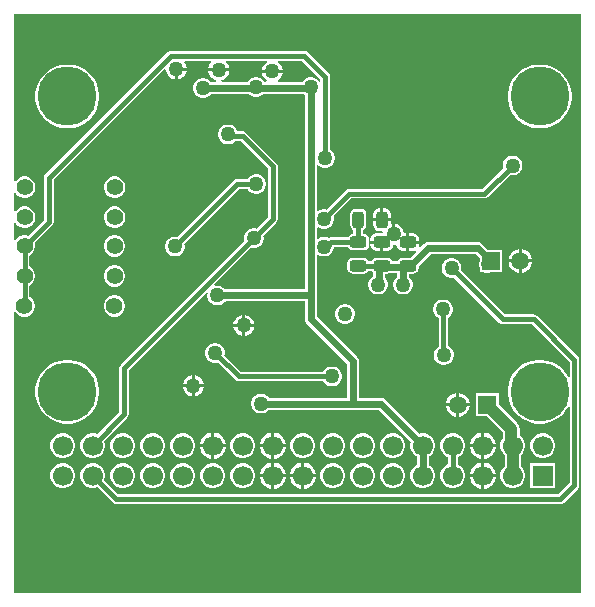
<source format=gbl>
G04*
G04 #@! TF.GenerationSoftware,Altium Limited,Altium Designer,21.2.2 (38)*
G04*
G04 Layer_Physical_Order=2*
G04 Layer_Color=12811406*
%FSLAX44Y44*%
%MOMM*%
G71*
G04*
G04 #@! TF.SameCoordinates,0481F6AC-406D-4A55-AE23-66ADD5F6D1FA*
G04*
G04*
G04 #@! TF.FilePolarity,Positive*
G04*
G01*
G75*
G04:AMPARAMS|DCode=33|XSize=0.95mm|YSize=1.4mm|CornerRadius=0.2375mm|HoleSize=0mm|Usage=FLASHONLY|Rotation=270.000|XOffset=0mm|YOffset=0mm|HoleType=Round|Shape=RoundedRectangle|*
%AMROUNDEDRECTD33*
21,1,0.9500,0.9250,0,0,270.0*
21,1,0.4750,1.4000,0,0,270.0*
1,1,0.4750,-0.4625,-0.2375*
1,1,0.4750,-0.4625,0.2375*
1,1,0.4750,0.4625,0.2375*
1,1,0.4750,0.4625,-0.2375*
%
%ADD33ROUNDEDRECTD33*%
G04:AMPARAMS|DCode=34|XSize=0.95mm|YSize=1.4mm|CornerRadius=0.2375mm|HoleSize=0mm|Usage=FLASHONLY|Rotation=180.000|XOffset=0mm|YOffset=0mm|HoleType=Round|Shape=RoundedRectangle|*
%AMROUNDEDRECTD34*
21,1,0.9500,0.9250,0,0,180.0*
21,1,0.4750,1.4000,0,0,180.0*
1,1,0.4750,-0.2375,0.4625*
1,1,0.4750,0.2375,0.4625*
1,1,0.4750,0.2375,-0.4625*
1,1,0.4750,-0.2375,-0.4625*
%
%ADD34ROUNDEDRECTD34*%
%ADD43C,0.4000*%
%ADD44C,0.6000*%
%ADD45C,1.0000*%
%ADD47R,1.7000X1.7000*%
%ADD48C,1.7000*%
%ADD49C,1.5000*%
%ADD50R,1.5000X1.5000*%
%ADD51C,1.4000*%
%ADD52C,1.2700*%
%ADD53C,5.0000*%
G36*
X735000Y695000D02*
X735000Y205000D01*
X255000Y205000D01*
Y442140D01*
X256270Y442481D01*
X256505Y442074D01*
X258180Y440398D01*
X260233Y439213D01*
X262522Y438600D01*
X264891D01*
X267180Y439213D01*
X269233Y440398D01*
X270908Y442074D01*
X272093Y444126D01*
X272707Y446415D01*
Y448785D01*
X272093Y451074D01*
X270908Y453126D01*
X269233Y454802D01*
X267832Y455611D01*
Y464935D01*
X269326Y465798D01*
X271002Y467474D01*
X272187Y469526D01*
X272800Y471815D01*
Y474185D01*
X272187Y476474D01*
X271002Y478526D01*
X269326Y480202D01*
X267832Y481065D01*
Y490335D01*
X269326Y491198D01*
X271002Y492874D01*
X272187Y494926D01*
X272800Y497215D01*
Y499585D01*
X272367Y501200D01*
X287209Y516041D01*
X287209Y516041D01*
X288093Y517364D01*
X288403Y518925D01*
X288403Y518925D01*
Y554386D01*
X382187Y648169D01*
X383360Y647683D01*
Y647080D01*
X383966Y644819D01*
X385136Y642791D01*
X386791Y641136D01*
X388819Y639966D01*
X390980Y639387D01*
Y648250D01*
X392250D01*
Y649520D01*
X401113D01*
X400534Y651681D01*
X399364Y653709D01*
X398921Y654152D01*
X399447Y655422D01*
X421803D01*
X422329Y654152D01*
X421136Y652959D01*
X419966Y650931D01*
X419387Y648770D01*
X437113D01*
X436534Y650931D01*
X435364Y652959D01*
X434171Y654152D01*
X434697Y655422D01*
X468633D01*
X468973Y654152D01*
X468041Y653614D01*
X466386Y651959D01*
X465216Y649931D01*
X464637Y647770D01*
X482363D01*
X481784Y649931D01*
X480614Y651959D01*
X478959Y653614D01*
X478027Y654152D01*
X478367Y655422D01*
X498811D01*
X514272Y639961D01*
Y637913D01*
X513002Y637573D01*
X512682Y638127D01*
X511127Y639682D01*
X509223Y640781D01*
X507099Y641350D01*
X504901D01*
X502777Y640781D01*
X500873Y639682D01*
X499318Y638127D01*
X499013Y637598D01*
X478401D01*
X478061Y638868D01*
X478959Y639386D01*
X480614Y641041D01*
X481784Y643069D01*
X482363Y645230D01*
X464637D01*
X465216Y643069D01*
X466386Y641041D01*
X468041Y639386D01*
X468939Y638868D01*
X468599Y637598D01*
X466887D01*
X466582Y638127D01*
X465027Y639682D01*
X463123Y640781D01*
X460999Y641350D01*
X458801D01*
X456677Y640781D01*
X454773Y639682D01*
X453218Y638127D01*
X452913Y637598D01*
X430550D01*
X430383Y638868D01*
X431681Y639216D01*
X433709Y640386D01*
X435364Y642041D01*
X436534Y644069D01*
X437113Y646230D01*
X419387D01*
X419966Y644069D01*
X421136Y642041D01*
X422791Y640386D01*
X424819Y639216D01*
X426117Y638868D01*
X425950Y637598D01*
X421111D01*
X420027Y638682D01*
X418123Y639781D01*
X415999Y640350D01*
X413801D01*
X411677Y639781D01*
X409773Y638682D01*
X408218Y637127D01*
X407119Y635223D01*
X406550Y633099D01*
Y630901D01*
X407119Y628777D01*
X408218Y626873D01*
X409773Y625318D01*
X411677Y624219D01*
X413801Y623650D01*
X415999D01*
X418123Y624219D01*
X420027Y625318D01*
X421582Y626873D01*
X421887Y627402D01*
X453689D01*
X454773Y626318D01*
X456677Y625219D01*
X458801Y624650D01*
X460999D01*
X463123Y625219D01*
X465027Y626318D01*
X466111Y627402D01*
X499789D01*
X500873Y626318D01*
X500902Y626302D01*
Y462098D01*
X433211D01*
X432127Y463182D01*
X430223Y464281D01*
X428099Y464850D01*
X425901D01*
X425235Y464672D01*
X424578Y465810D01*
X455731Y496963D01*
X456901Y496650D01*
X459099D01*
X461223Y497219D01*
X463127Y498318D01*
X464682Y499873D01*
X465781Y501777D01*
X466350Y503901D01*
Y506099D01*
X466037Y507269D01*
X476884Y518116D01*
X476884Y518116D01*
X477768Y519439D01*
X478078Y521000D01*
X478078Y521000D01*
Y566000D01*
X477768Y567561D01*
X476884Y568884D01*
X476884Y568884D01*
X451435Y594333D01*
X450112Y595217D01*
X448551Y595527D01*
X448551Y595527D01*
X444141D01*
X443982Y596120D01*
X442883Y598024D01*
X441328Y599579D01*
X439424Y600678D01*
X437301Y601247D01*
X435102D01*
X432978Y600678D01*
X431074Y599579D01*
X429520Y598024D01*
X428420Y596120D01*
X427851Y593996D01*
Y591798D01*
X428420Y589674D01*
X429520Y587770D01*
X431074Y586215D01*
X432978Y585116D01*
X435102Y584547D01*
X437301D01*
X439424Y585116D01*
X441328Y586215D01*
X442483Y587370D01*
X446862D01*
X469922Y564311D01*
Y522689D01*
X460269Y513037D01*
X459099Y513350D01*
X456901D01*
X454777Y512781D01*
X452873Y511682D01*
X451318Y510127D01*
X450219Y508223D01*
X449650Y506099D01*
Y503901D01*
X449963Y502731D01*
X345116Y397884D01*
X344232Y396561D01*
X343922Y395000D01*
X343922Y395000D01*
Y357489D01*
X325624Y339192D01*
X322982Y339900D01*
X320218D01*
X317547Y339184D01*
X315153Y337802D01*
X313198Y335847D01*
X311816Y333453D01*
X311100Y330782D01*
Y328018D01*
X311816Y325347D01*
X313198Y322953D01*
X315153Y320998D01*
X317547Y319616D01*
X320218Y318900D01*
X322982D01*
X325653Y319616D01*
X328047Y320998D01*
X330002Y322953D01*
X331384Y325347D01*
X332100Y328018D01*
Y330782D01*
X331392Y333424D01*
X350884Y352916D01*
X350884Y352916D01*
X351768Y354239D01*
X352078Y355800D01*
Y393311D01*
X417690Y458922D01*
X418828Y458265D01*
X418650Y457599D01*
Y455401D01*
X419219Y453277D01*
X420318Y451373D01*
X421873Y449818D01*
X423777Y448719D01*
X425901Y448150D01*
X428099D01*
X430223Y448719D01*
X432127Y449818D01*
X433682Y451373D01*
X433987Y451902D01*
X500902D01*
Y437000D01*
X501290Y435049D01*
X502395Y433395D01*
X536902Y398888D01*
Y370098D01*
X470698D01*
X470682Y370127D01*
X469127Y371682D01*
X467223Y372781D01*
X465099Y373350D01*
X462901D01*
X460777Y372781D01*
X458873Y371682D01*
X457318Y370127D01*
X456219Y368223D01*
X455650Y366099D01*
Y363901D01*
X456219Y361777D01*
X457318Y359873D01*
X458873Y358318D01*
X460777Y357219D01*
X462901Y356650D01*
X465099D01*
X467223Y357219D01*
X469127Y358318D01*
X470682Y359873D01*
X470698Y359902D01*
X563288D01*
X590903Y332287D01*
X590500Y330782D01*
Y328018D01*
X591216Y325347D01*
X592598Y322953D01*
X594553Y320998D01*
X595902Y320219D01*
Y313181D01*
X594553Y312402D01*
X592598Y310447D01*
X591216Y308053D01*
X590500Y305382D01*
Y302618D01*
X591216Y299947D01*
X592598Y297553D01*
X594553Y295598D01*
X596947Y294216D01*
X599618Y293500D01*
X602382D01*
X605053Y294216D01*
X607447Y295598D01*
X609402Y297553D01*
X610784Y299947D01*
X611500Y302618D01*
Y305382D01*
X610784Y308053D01*
X609402Y310447D01*
X607447Y312402D01*
X606098Y313181D01*
Y320219D01*
X607447Y320998D01*
X609402Y322953D01*
X610784Y325347D01*
X611500Y328018D01*
Y330782D01*
X610784Y333453D01*
X609402Y335847D01*
X607447Y337802D01*
X605053Y339184D01*
X602382Y339900D01*
X599618D01*
X598113Y339497D01*
X569005Y368605D01*
X567351Y369710D01*
X565400Y370098D01*
X547098D01*
Y401000D01*
X546710Y402951D01*
X545605Y404605D01*
X511098Y439112D01*
Y457000D01*
Y490752D01*
X511139Y490769D01*
X512368Y491135D01*
X514127Y490119D01*
X516251Y489550D01*
X518449D01*
X520573Y490119D01*
X522477Y491218D01*
X524032Y492773D01*
X525131Y494677D01*
X525700Y496801D01*
Y497643D01*
X537532D01*
X537532Y497639D01*
X538499Y496192D01*
X539947Y495225D01*
X541654Y494886D01*
X550904D01*
X552611Y495225D01*
X554058Y496192D01*
X555025Y497639D01*
X555364Y499347D01*
Y504096D01*
X555025Y505803D01*
X554058Y507251D01*
X552611Y508218D01*
X550904Y508557D01*
X550357D01*
Y511975D01*
X550361Y511975D01*
X551808Y512942D01*
X552775Y514389D01*
X553114Y516096D01*
Y525346D01*
X552775Y527053D01*
X551808Y528501D01*
X550361Y529468D01*
X548653Y529807D01*
X543904D01*
X542197Y529468D01*
X540749Y528501D01*
X539782Y527053D01*
X539443Y525346D01*
Y516096D01*
X539782Y514389D01*
X540749Y512942D01*
X542197Y511975D01*
X542200Y511975D01*
Y508557D01*
X541654D01*
X539947Y508218D01*
X538499Y507251D01*
X537532Y505803D01*
X537532Y505800D01*
X523526D01*
X523526Y505800D01*
X521965Y505489D01*
X521474Y505161D01*
X520573Y505681D01*
X518449Y506250D01*
X516251D01*
X514127Y505681D01*
X512368Y504665D01*
X511139Y505031D01*
X511098Y505048D01*
Y514029D01*
X511139Y514046D01*
X512368Y514412D01*
X514127Y513396D01*
X516251Y512827D01*
X518449D01*
X520573Y513396D01*
X522477Y514495D01*
X524032Y516050D01*
X525131Y517954D01*
X525700Y520078D01*
Y522276D01*
X525387Y523446D01*
X540584Y538643D01*
X653101D01*
X653101Y538643D01*
X654662Y538954D01*
X655985Y539838D01*
X674655Y558508D01*
X675825Y558194D01*
X678024D01*
X680147Y558763D01*
X682051Y559863D01*
X683606Y561417D01*
X684705Y563321D01*
X685274Y565445D01*
Y567644D01*
X684705Y569767D01*
X683606Y571671D01*
X682051Y573226D01*
X680147Y574325D01*
X678024Y574894D01*
X675825D01*
X673701Y574325D01*
X671797Y573226D01*
X670243Y571671D01*
X669143Y569767D01*
X668574Y567644D01*
Y565445D01*
X668888Y564275D01*
X651412Y546800D01*
X538894D01*
X537334Y546489D01*
X536011Y545605D01*
X536011Y545605D01*
X519619Y529214D01*
X518449Y529527D01*
X516251D01*
X514127Y528958D01*
X512368Y527943D01*
X511139Y528308D01*
X511098Y528325D01*
Y566647D01*
X512368Y567173D01*
X513223Y566318D01*
X515127Y565219D01*
X517251Y564650D01*
X519449D01*
X521573Y565219D01*
X523477Y566318D01*
X525032Y567873D01*
X526131Y569777D01*
X526700Y571901D01*
Y574099D01*
X526131Y576223D01*
X525032Y578127D01*
X523477Y579682D01*
X522428Y580287D01*
Y641650D01*
X522428Y641650D01*
X522118Y643211D01*
X521234Y644534D01*
X503384Y662384D01*
X502061Y663268D01*
X500500Y663578D01*
X500500Y663578D01*
X387750D01*
X387750Y663578D01*
X386189Y663268D01*
X384866Y662384D01*
X281441Y558959D01*
X280557Y557636D01*
X280247Y556075D01*
X280247Y556075D01*
Y520614D01*
X266600Y506967D01*
X264985Y507400D01*
X262615D01*
X260326Y506787D01*
X258274Y505602D01*
X256598Y503926D01*
X256270Y503358D01*
X255000Y503698D01*
Y517765D01*
X256270Y518105D01*
X256692Y517375D01*
X258367Y515699D01*
X260420Y514514D01*
X262709Y513901D01*
X265078D01*
X267367Y514514D01*
X269420Y515699D01*
X271095Y517375D01*
X272280Y519427D01*
X272894Y521716D01*
Y524086D01*
X272280Y526375D01*
X271095Y528427D01*
X269420Y530103D01*
X267367Y531288D01*
X265078Y531901D01*
X262709D01*
X260420Y531288D01*
X258367Y530103D01*
X256692Y528427D01*
X256270Y527697D01*
X255000Y528037D01*
Y543165D01*
X256270Y543505D01*
X256692Y542775D01*
X258367Y541099D01*
X260420Y539914D01*
X262709Y539301D01*
X265078D01*
X267367Y539914D01*
X269420Y541099D01*
X271095Y542775D01*
X272280Y544827D01*
X272894Y547116D01*
Y549486D01*
X272280Y551775D01*
X271095Y553827D01*
X269420Y555503D01*
X267367Y556688D01*
X265078Y557301D01*
X262709D01*
X260420Y556688D01*
X258367Y555503D01*
X256692Y553827D01*
X256270Y553097D01*
X255000Y553437D01*
Y695000D01*
X735000Y695000D01*
D02*
G37*
%LPC*%
G36*
X401113Y646980D02*
X393520D01*
Y639387D01*
X395681Y639966D01*
X397709Y641136D01*
X399364Y642791D01*
X400534Y644819D01*
X401113Y646980D01*
D02*
G37*
G36*
X702125Y652000D02*
X697875D01*
X693678Y651335D01*
X689636Y650022D01*
X685849Y648092D01*
X682411Y645594D01*
X679406Y642589D01*
X676908Y639151D01*
X674978Y635364D01*
X673665Y631323D01*
X673000Y627125D01*
Y622875D01*
X673665Y618677D01*
X674978Y614636D01*
X676908Y610849D01*
X679406Y607411D01*
X682411Y604406D01*
X685849Y601908D01*
X689636Y599978D01*
X693678Y598665D01*
X697875Y598000D01*
X702125D01*
X706322Y598665D01*
X710364Y599978D01*
X714151Y601908D01*
X717589Y604406D01*
X720594Y607411D01*
X723092Y610849D01*
X725022Y614636D01*
X726335Y618677D01*
X727000Y622875D01*
Y627125D01*
X726335Y631323D01*
X725022Y635364D01*
X723092Y639151D01*
X720594Y642589D01*
X717589Y645594D01*
X714151Y648092D01*
X710364Y650022D01*
X706322Y651335D01*
X702125Y652000D01*
D02*
G37*
G36*
X302125D02*
X297875D01*
X293678Y651335D01*
X289636Y650022D01*
X285849Y648092D01*
X282411Y645594D01*
X279406Y642589D01*
X276908Y639151D01*
X274978Y635364D01*
X273665Y631323D01*
X273000Y627125D01*
Y622875D01*
X273665Y618677D01*
X274978Y614636D01*
X276908Y610849D01*
X279406Y607411D01*
X282411Y604406D01*
X285849Y601908D01*
X289636Y599978D01*
X293678Y598665D01*
X297875Y598000D01*
X302125D01*
X306322Y598665D01*
X310364Y599978D01*
X314151Y601908D01*
X317589Y604406D01*
X320594Y607411D01*
X323092Y610849D01*
X325022Y614636D01*
X326335Y618677D01*
X327000Y622875D01*
Y627125D01*
X326335Y631323D01*
X325022Y635364D01*
X323092Y639151D01*
X320594Y642589D01*
X317589Y645594D01*
X314151Y648092D01*
X310364Y650022D01*
X306322Y651335D01*
X302125Y652000D01*
D02*
G37*
G36*
X461099Y559350D02*
X458901D01*
X456777Y558781D01*
X454873Y557682D01*
X453318Y556127D01*
X452713Y555078D01*
X444000D01*
X444000Y555078D01*
X442439Y554768D01*
X441116Y553884D01*
X441116Y553884D01*
X393269Y506037D01*
X392099Y506350D01*
X389901D01*
X387777Y505781D01*
X385873Y504682D01*
X384318Y503127D01*
X383219Y501223D01*
X382650Y499099D01*
Y496901D01*
X383219Y494777D01*
X384318Y492873D01*
X385873Y491318D01*
X387777Y490219D01*
X389901Y489650D01*
X392099D01*
X394223Y490219D01*
X396127Y491318D01*
X397682Y492873D01*
X398781Y494777D01*
X399350Y496901D01*
Y499099D01*
X399037Y500269D01*
X445689Y546922D01*
X452713D01*
X453318Y545873D01*
X454873Y544318D01*
X456777Y543219D01*
X458901Y542650D01*
X461099D01*
X463223Y543219D01*
X465127Y544318D01*
X466682Y545873D01*
X467781Y547777D01*
X468350Y549901D01*
Y552099D01*
X467781Y554223D01*
X466682Y556127D01*
X465127Y557682D01*
X463223Y558781D01*
X461099Y559350D01*
D02*
G37*
G36*
X341278Y557301D02*
X338909D01*
X336620Y556688D01*
X334567Y555503D01*
X332892Y553827D01*
X331707Y551775D01*
X331093Y549486D01*
Y547116D01*
X331707Y544827D01*
X332892Y542775D01*
X334567Y541099D01*
X336620Y539914D01*
X338909Y539301D01*
X341278D01*
X343567Y539914D01*
X345620Y541099D01*
X347295Y542775D01*
X348480Y544827D01*
X349094Y547116D01*
Y549486D01*
X348480Y551775D01*
X347295Y553827D01*
X345620Y555503D01*
X343567Y556688D01*
X341278Y557301D01*
D02*
G37*
G36*
X568653Y530358D02*
X567549D01*
Y521991D01*
X573665D01*
Y525346D01*
X573283Y527264D01*
X572197Y528890D01*
X570571Y529976D01*
X568653Y530358D01*
D02*
G37*
G36*
X565009D02*
X563904D01*
X561986Y529976D01*
X560360Y528890D01*
X559274Y527264D01*
X558892Y525346D01*
Y521991D01*
X565009D01*
Y530358D01*
D02*
G37*
G36*
X341278Y531901D02*
X338909D01*
X336620Y531288D01*
X334567Y530103D01*
X332892Y528427D01*
X331707Y526375D01*
X331093Y524086D01*
Y521716D01*
X331707Y519427D01*
X332892Y517375D01*
X334567Y515699D01*
X336620Y514514D01*
X338909Y513901D01*
X341278D01*
X343567Y514514D01*
X345620Y515699D01*
X347295Y517375D01*
X348480Y519427D01*
X349094Y521716D01*
Y524086D01*
X348480Y526375D01*
X347295Y528427D01*
X345620Y530103D01*
X343567Y531288D01*
X341278Y531901D01*
D02*
G37*
G36*
X592904Y509108D02*
X589548D01*
Y502991D01*
X597915D01*
Y504096D01*
X597533Y506014D01*
X596447Y507640D01*
X594821Y508726D01*
X592904Y509108D01*
D02*
G37*
G36*
X647609Y501819D02*
X605529D01*
X603578Y501431D01*
X601924Y500326D01*
X598779Y497182D01*
X597609Y497807D01*
X597915Y499347D01*
Y500452D01*
X589548D01*
Y494335D01*
X592904D01*
X594443Y494641D01*
X595068Y493471D01*
X590155Y488557D01*
X583654D01*
X581946Y488218D01*
X580499Y487251D01*
X579729Y486098D01*
X574828D01*
X574058Y487251D01*
X572611Y488218D01*
X570904Y488557D01*
X561654D01*
X559947Y488218D01*
X558499Y487251D01*
X557532Y485803D01*
X557532Y485800D01*
X555025D01*
X555025Y485803D01*
X554058Y487251D01*
X552611Y488218D01*
X550904Y488557D01*
X541654D01*
X539947Y488218D01*
X538499Y487251D01*
X537532Y485803D01*
X537193Y484096D01*
Y479347D01*
X537532Y477639D01*
X538499Y476192D01*
X539947Y475225D01*
X541654Y474886D01*
X550904D01*
X552611Y475225D01*
X554058Y476192D01*
X555025Y477639D01*
X555025Y477643D01*
X557532D01*
X557532Y477639D01*
X558499Y476192D01*
X558506Y476188D01*
Y472810D01*
X557802Y472403D01*
X556247Y470849D01*
X555148Y468945D01*
X554579Y466821D01*
Y464622D01*
X555148Y462499D01*
X556247Y460594D01*
X557802Y459040D01*
X559706Y457940D01*
X561829Y457371D01*
X564028D01*
X566152Y457940D01*
X568056Y459040D01*
X569610Y460594D01*
X570709Y462499D01*
X571278Y464622D01*
Y466821D01*
X570709Y468945D01*
X569610Y470849D01*
X568702Y471757D01*
Y474886D01*
X570904D01*
X572611Y475225D01*
X573623Y475902D01*
X579181D01*
Y472420D01*
X579151Y472403D01*
X577597Y470849D01*
X576498Y468945D01*
X575928Y466821D01*
Y464622D01*
X576498Y462499D01*
X577597Y460594D01*
X579151Y459040D01*
X581056Y457940D01*
X583179Y457371D01*
X585378D01*
X587501Y457940D01*
X589406Y459040D01*
X590960Y460594D01*
X592060Y462499D01*
X592629Y464622D01*
Y466821D01*
X592060Y468945D01*
X590960Y470849D01*
X589406Y472403D01*
X589376Y472420D01*
Y474886D01*
X592904D01*
X594611Y475225D01*
X596058Y476192D01*
X597025Y477639D01*
X597364Y479347D01*
Y481348D01*
X607640Y491623D01*
X645497D01*
X649122Y487999D01*
Y485259D01*
X648837Y484570D01*
X648596Y482743D01*
X648837Y480915D01*
X649122Y480226D01*
Y476208D01*
X653140D01*
X653829Y475923D01*
X655657Y475682D01*
X657484Y475923D01*
X658173Y476208D01*
X668122D01*
Y495208D01*
X656332D01*
X651213Y500326D01*
X649559Y501431D01*
X647609Y501819D01*
D02*
G37*
G36*
X573665Y519451D02*
X566279D01*
X558892D01*
Y516096D01*
X559274Y514179D01*
X560360Y512553D01*
X561986Y511467D01*
X563904Y511085D01*
X566361D01*
X567166Y509984D01*
X566865Y509108D01*
X561654D01*
X559736Y508726D01*
X558110Y507640D01*
X557024Y506014D01*
X556642Y504096D01*
Y502991D01*
X566279D01*
Y501721D01*
X567549D01*
Y494335D01*
X570904D01*
X572821Y494717D01*
X574447Y495803D01*
X575533Y497429D01*
X575915Y499347D01*
Y499482D01*
X577449D01*
X577474Y499488D01*
X578805Y498530D01*
X579024Y497429D01*
X580110Y495803D01*
X581736Y494717D01*
X583654Y494335D01*
X587009D01*
Y501721D01*
Y509108D01*
X585169D01*
Y509542D01*
X584563Y511803D01*
X583392Y513830D01*
X581737Y515485D01*
X579710Y516656D01*
X577549Y517235D01*
Y508372D01*
X575009D01*
Y517235D01*
X574672Y517145D01*
X573665Y517918D01*
Y519451D01*
D02*
G37*
G36*
X565009Y500452D02*
X556642D01*
Y499347D01*
X557024Y497429D01*
X558110Y495803D01*
X559736Y494717D01*
X561654Y494335D01*
X565009D01*
Y500452D01*
D02*
G37*
G36*
X341185Y507400D02*
X338815D01*
X336526Y506787D01*
X334474Y505602D01*
X332798Y503926D01*
X331613Y501874D01*
X331000Y499585D01*
Y497215D01*
X331613Y494926D01*
X332798Y492874D01*
X334474Y491198D01*
X336526Y490013D01*
X338815Y489400D01*
X341185D01*
X343474Y490013D01*
X345526Y491198D01*
X347202Y492874D01*
X348387Y494926D01*
X349000Y497215D01*
Y499585D01*
X348387Y501874D01*
X347202Y503926D01*
X345526Y505602D01*
X343474Y506787D01*
X341185Y507400D01*
D02*
G37*
G36*
X684944Y495748D02*
X684892D01*
Y486978D01*
X693662D01*
Y487030D01*
X692978Y489583D01*
X691656Y491873D01*
X689787Y493742D01*
X687497Y495064D01*
X684944Y495748D01*
D02*
G37*
G36*
X682352D02*
X682300D01*
X679747Y495064D01*
X677457Y493742D01*
X675588Y491873D01*
X674266Y489583D01*
X673582Y487030D01*
Y486978D01*
X682352D01*
Y495748D01*
D02*
G37*
G36*
X693662Y484438D02*
X684892D01*
Y475668D01*
X684944D01*
X687497Y476352D01*
X689787Y477674D01*
X691656Y479543D01*
X692978Y481833D01*
X693662Y484386D01*
Y484438D01*
D02*
G37*
G36*
X682352D02*
X673582D01*
Y484386D01*
X674266Y481833D01*
X675588Y479543D01*
X677457Y477674D01*
X679747Y476352D01*
X682300Y475668D01*
X682352D01*
Y484438D01*
D02*
G37*
G36*
X341185Y482000D02*
X338815D01*
X336526Y481387D01*
X334474Y480202D01*
X332798Y478526D01*
X331613Y476474D01*
X331000Y474185D01*
Y471815D01*
X331613Y469526D01*
X332798Y467474D01*
X334474Y465798D01*
X336526Y464613D01*
X338815Y464000D01*
X341185D01*
X343474Y464613D01*
X345526Y465798D01*
X347202Y467474D01*
X348387Y469526D01*
X349000Y471815D01*
Y474185D01*
X348387Y476474D01*
X347202Y478526D01*
X345526Y480202D01*
X343474Y481387D01*
X341185Y482000D01*
D02*
G37*
G36*
X341091Y456600D02*
X338722D01*
X336433Y455987D01*
X334380Y454802D01*
X332705Y453126D01*
X331520Y451074D01*
X330907Y448785D01*
Y446415D01*
X331520Y444126D01*
X332705Y442074D01*
X334380Y440398D01*
X336433Y439213D01*
X338722Y438600D01*
X341091D01*
X343380Y439213D01*
X345433Y440398D01*
X347108Y442074D01*
X348293Y444126D01*
X348907Y446415D01*
Y448785D01*
X348293Y451074D01*
X347108Y453126D01*
X345433Y454802D01*
X343380Y455987D01*
X341091Y456600D01*
D02*
G37*
G36*
X536099Y449422D02*
X533901D01*
X531777Y448852D01*
X529873Y447753D01*
X528318Y446199D01*
X527219Y444294D01*
X526650Y442171D01*
Y439972D01*
X527219Y437849D01*
X528318Y435944D01*
X529873Y434390D01*
X531777Y433290D01*
X533901Y432721D01*
X536099D01*
X538223Y433290D01*
X540127Y434390D01*
X541682Y435944D01*
X542781Y437849D01*
X543350Y439972D01*
Y442171D01*
X542781Y444294D01*
X541682Y446199D01*
X540127Y447753D01*
X538223Y448852D01*
X536099Y449422D01*
D02*
G37*
G36*
X450770Y440113D02*
Y432520D01*
X458363D01*
X457784Y434681D01*
X456614Y436709D01*
X454959Y438364D01*
X452931Y439534D01*
X450770Y440113D01*
D02*
G37*
G36*
X448230D02*
X446069Y439534D01*
X444041Y438364D01*
X442386Y436709D01*
X441216Y434681D01*
X440637Y432520D01*
X448230D01*
Y440113D01*
D02*
G37*
G36*
X458363Y429980D02*
X450770D01*
Y422387D01*
X452931Y422966D01*
X454959Y424136D01*
X456614Y425791D01*
X457784Y427819D01*
X458363Y429980D01*
D02*
G37*
G36*
X448230D02*
X440637D01*
X441216Y427819D01*
X442386Y425791D01*
X444041Y424136D01*
X446069Y422966D01*
X448230Y422387D01*
Y429980D01*
D02*
G37*
G36*
X619378Y453072D02*
X617179D01*
X615056Y452502D01*
X613152Y451403D01*
X611597Y449849D01*
X610498Y447944D01*
X609929Y445821D01*
Y443622D01*
X610498Y441498D01*
X611597Y439594D01*
X613152Y438040D01*
X614380Y437331D01*
Y413546D01*
X613511Y413044D01*
X611956Y411489D01*
X610857Y409585D01*
X610288Y407462D01*
Y405263D01*
X610857Y403139D01*
X611956Y401235D01*
X613511Y399681D01*
X615415Y398582D01*
X617538Y398012D01*
X619737D01*
X621861Y398582D01*
X623765Y399681D01*
X625319Y401235D01*
X626418Y403139D01*
X626987Y405263D01*
Y407462D01*
X626418Y409585D01*
X625319Y411489D01*
X623765Y413044D01*
X622536Y413753D01*
Y437538D01*
X623406Y438040D01*
X624960Y439594D01*
X626059Y441498D01*
X626628Y443622D01*
Y445821D01*
X626059Y447944D01*
X624960Y449849D01*
X623406Y451403D01*
X621502Y452502D01*
X619378Y453072D01*
D02*
G37*
G36*
X626378Y488072D02*
X624179D01*
X622056Y487502D01*
X620151Y486403D01*
X618597Y484849D01*
X617498Y482944D01*
X616928Y480821D01*
Y478622D01*
X617498Y476498D01*
X618597Y474594D01*
X620151Y473040D01*
X622056Y471940D01*
X624179Y471371D01*
X626378D01*
X627547Y471685D01*
X665616Y433616D01*
X665616Y433616D01*
X666939Y432732D01*
X668500Y432422D01*
X693061D01*
X725172Y400311D01*
Y387868D01*
X723902Y387563D01*
X723092Y389151D01*
X720594Y392589D01*
X717589Y395594D01*
X714151Y398092D01*
X710364Y400022D01*
X706322Y401335D01*
X702125Y402000D01*
X697875D01*
X693678Y401335D01*
X689636Y400022D01*
X685849Y398092D01*
X682411Y395594D01*
X679406Y392589D01*
X676908Y389151D01*
X674978Y385364D01*
X673665Y381323D01*
X673000Y377125D01*
Y372875D01*
X673665Y368677D01*
X674978Y364636D01*
X676908Y360849D01*
X679406Y357411D01*
X682411Y354406D01*
X685849Y351908D01*
X689636Y349978D01*
X693678Y348665D01*
X697875Y348000D01*
X702125D01*
X706322Y348665D01*
X710364Y349978D01*
X714151Y351908D01*
X717589Y354406D01*
X720594Y357411D01*
X723092Y360849D01*
X723902Y362437D01*
X725172Y362132D01*
Y297439D01*
X715811Y288078D01*
X343289D01*
X331392Y299976D01*
X332100Y302618D01*
Y305382D01*
X331384Y308053D01*
X330002Y310447D01*
X328047Y312402D01*
X325653Y313784D01*
X322982Y314500D01*
X320218D01*
X317547Y313784D01*
X315153Y312402D01*
X313198Y310447D01*
X311816Y308053D01*
X311100Y305382D01*
Y302618D01*
X311816Y299947D01*
X313198Y297553D01*
X315153Y295598D01*
X317547Y294216D01*
X320218Y293500D01*
X322982D01*
X325624Y294208D01*
X338716Y281116D01*
X338716Y281116D01*
X340039Y280232D01*
X341600Y279922D01*
X717500D01*
X717500Y279922D01*
X719061Y280232D01*
X720384Y281116D01*
X732134Y292866D01*
X732134Y292866D01*
X733018Y294189D01*
X733328Y295750D01*
X733328Y295750D01*
Y402000D01*
X733328Y402000D01*
X733018Y403561D01*
X732134Y404884D01*
X697634Y439384D01*
X696311Y440268D01*
X694750Y440578D01*
X694750Y440578D01*
X670189D01*
X633315Y477453D01*
X633629Y478622D01*
Y480821D01*
X633060Y482944D01*
X631960Y484849D01*
X630406Y486403D01*
X628502Y487502D01*
X626378Y488072D01*
D02*
G37*
G36*
X408020Y388863D02*
Y381270D01*
X415613D01*
X415034Y383431D01*
X413864Y385459D01*
X412209Y387114D01*
X410181Y388284D01*
X408020Y388863D01*
D02*
G37*
G36*
X405480D02*
X403319Y388284D01*
X401291Y387114D01*
X399636Y385459D01*
X398466Y383431D01*
X397887Y381270D01*
X405480D01*
Y388863D01*
D02*
G37*
G36*
X426099Y416350D02*
X423901D01*
X421777Y415781D01*
X419873Y414682D01*
X418318Y413127D01*
X417219Y411223D01*
X416650Y409099D01*
Y406901D01*
X417219Y404777D01*
X418318Y402873D01*
X419873Y401318D01*
X421777Y400219D01*
X423901Y399650D01*
X426099D01*
X427269Y399963D01*
X442116Y385116D01*
X442116Y385116D01*
X443439Y384232D01*
X445000Y383922D01*
X516713D01*
X517318Y382873D01*
X518873Y381318D01*
X520777Y380219D01*
X522901Y379650D01*
X525099D01*
X527223Y380219D01*
X529127Y381318D01*
X530682Y382873D01*
X531781Y384777D01*
X532350Y386901D01*
Y389099D01*
X531781Y391223D01*
X530682Y393127D01*
X529127Y394682D01*
X527223Y395781D01*
X525099Y396350D01*
X522901D01*
X520777Y395781D01*
X518873Y394682D01*
X517318Y393127D01*
X516713Y392078D01*
X446689D01*
X433037Y405731D01*
X433350Y406901D01*
Y409099D01*
X432781Y411223D01*
X431682Y413127D01*
X430127Y414682D01*
X428223Y415781D01*
X426099Y416350D01*
D02*
G37*
G36*
X415613Y378730D02*
X408020D01*
Y371137D01*
X410181Y371716D01*
X412209Y372886D01*
X413864Y374541D01*
X415034Y376569D01*
X415613Y378730D01*
D02*
G37*
G36*
X405480D02*
X397887D01*
X398466Y376569D01*
X399636Y374541D01*
X401291Y372886D01*
X403319Y371716D01*
X405480Y371137D01*
Y378730D01*
D02*
G37*
G36*
X631978Y374053D02*
X631926D01*
Y365283D01*
X640696D01*
Y365335D01*
X640012Y367889D01*
X638690Y370178D01*
X636821Y372047D01*
X634532Y373369D01*
X631978Y374053D01*
D02*
G37*
G36*
X629386D02*
X629335D01*
X626781Y373369D01*
X624492Y372047D01*
X622622Y370178D01*
X621301Y367889D01*
X620616Y365335D01*
Y365283D01*
X629386D01*
Y374053D01*
D02*
G37*
G36*
X640696Y362743D02*
X631926D01*
Y353973D01*
X631978D01*
X634532Y354658D01*
X636821Y355979D01*
X638690Y357849D01*
X640012Y360138D01*
X640696Y362692D01*
Y362743D01*
D02*
G37*
G36*
X629386D02*
X620616D01*
Y362692D01*
X621301Y360138D01*
X622622Y357849D01*
X624492Y355979D01*
X626781Y354658D01*
X629335Y353973D01*
X629386D01*
Y362743D01*
D02*
G37*
G36*
X302125Y402000D02*
X297875D01*
X293678Y401335D01*
X289636Y400022D01*
X285849Y398092D01*
X282411Y395594D01*
X279406Y392589D01*
X276908Y389151D01*
X274978Y385364D01*
X273665Y381323D01*
X273000Y377125D01*
Y372875D01*
X273665Y368677D01*
X274978Y364636D01*
X276908Y360849D01*
X279406Y357411D01*
X282411Y354406D01*
X285849Y351908D01*
X289636Y349978D01*
X293678Y348665D01*
X297875Y348000D01*
X302125D01*
X306322Y348665D01*
X310364Y349978D01*
X314151Y351908D01*
X317589Y354406D01*
X320594Y357411D01*
X323092Y360849D01*
X325022Y364636D01*
X326335Y368677D01*
X327000Y372875D01*
Y377125D01*
X326335Y381323D01*
X325022Y385364D01*
X323092Y389151D01*
X320594Y392589D01*
X317589Y395594D01*
X314151Y398092D01*
X310364Y400022D01*
X306322Y401335D01*
X302125Y402000D01*
D02*
G37*
G36*
X424653Y340440D02*
X424470D01*
Y330670D01*
X434240D01*
Y330853D01*
X433488Y333661D01*
X432034Y336179D01*
X429979Y338234D01*
X427461Y339688D01*
X424653Y340440D01*
D02*
G37*
G36*
X653253D02*
X653070D01*
Y330670D01*
X662840D01*
Y330853D01*
X662088Y333661D01*
X660634Y336179D01*
X658579Y338234D01*
X656061Y339688D01*
X653253Y340440D01*
D02*
G37*
G36*
X475453D02*
X475270D01*
Y330670D01*
X485040D01*
Y330853D01*
X484288Y333661D01*
X482834Y336179D01*
X480779Y338234D01*
X478261Y339688D01*
X475453Y340440D01*
D02*
G37*
G36*
X472730D02*
X472547D01*
X469739Y339688D01*
X467221Y338234D01*
X465166Y336179D01*
X463712Y333661D01*
X462960Y330853D01*
Y330670D01*
X472730D01*
Y340440D01*
D02*
G37*
G36*
X650530D02*
X650347D01*
X647539Y339688D01*
X645021Y338234D01*
X642966Y336179D01*
X641512Y333661D01*
X640760Y330853D01*
Y330670D01*
X650530D01*
Y340440D01*
D02*
G37*
G36*
X421930D02*
X421747D01*
X418939Y339688D01*
X416421Y338234D01*
X414366Y336179D01*
X412912Y333661D01*
X412160Y330853D01*
Y330670D01*
X421930D01*
Y340440D01*
D02*
G37*
G36*
X703982Y339900D02*
X701218D01*
X698547Y339184D01*
X696153Y337802D01*
X694198Y335847D01*
X692816Y333453D01*
X692100Y330782D01*
Y328018D01*
X692816Y325347D01*
X694198Y322953D01*
X696153Y320998D01*
X698547Y319616D01*
X701218Y318900D01*
X703982D01*
X706653Y319616D01*
X709047Y320998D01*
X711002Y322953D01*
X712384Y325347D01*
X713100Y328018D01*
Y330782D01*
X712384Y333453D01*
X711002Y335847D01*
X709047Y337802D01*
X706653Y339184D01*
X703982Y339900D01*
D02*
G37*
G36*
X576982D02*
X574218D01*
X571547Y339184D01*
X569153Y337802D01*
X567198Y335847D01*
X565816Y333453D01*
X565100Y330782D01*
Y328018D01*
X565816Y325347D01*
X567198Y322953D01*
X569153Y320998D01*
X571547Y319616D01*
X574218Y318900D01*
X576982D01*
X579653Y319616D01*
X582047Y320998D01*
X584002Y322953D01*
X585384Y325347D01*
X586100Y328018D01*
Y330782D01*
X585384Y333453D01*
X584002Y335847D01*
X582047Y337802D01*
X579653Y339184D01*
X576982Y339900D01*
D02*
G37*
G36*
X551582D02*
X548818D01*
X546147Y339184D01*
X543753Y337802D01*
X541798Y335847D01*
X540416Y333453D01*
X539700Y330782D01*
Y328018D01*
X540416Y325347D01*
X541798Y322953D01*
X543753Y320998D01*
X546147Y319616D01*
X548818Y318900D01*
X551582D01*
X554253Y319616D01*
X556647Y320998D01*
X558602Y322953D01*
X559984Y325347D01*
X560700Y328018D01*
Y330782D01*
X559984Y333453D01*
X558602Y335847D01*
X556647Y337802D01*
X554253Y339184D01*
X551582Y339900D01*
D02*
G37*
G36*
X526182D02*
X523418D01*
X520747Y339184D01*
X518353Y337802D01*
X516398Y335847D01*
X515016Y333453D01*
X514300Y330782D01*
Y328018D01*
X515016Y325347D01*
X516398Y322953D01*
X518353Y320998D01*
X520747Y319616D01*
X523418Y318900D01*
X526182D01*
X528853Y319616D01*
X531247Y320998D01*
X533202Y322953D01*
X534584Y325347D01*
X535300Y328018D01*
Y330782D01*
X534584Y333453D01*
X533202Y335847D01*
X531247Y337802D01*
X528853Y339184D01*
X526182Y339900D01*
D02*
G37*
G36*
X500782D02*
X498018D01*
X495347Y339184D01*
X492953Y337802D01*
X490998Y335847D01*
X489616Y333453D01*
X488900Y330782D01*
Y328018D01*
X489616Y325347D01*
X490998Y322953D01*
X492953Y320998D01*
X495347Y319616D01*
X498018Y318900D01*
X500782D01*
X503453Y319616D01*
X505847Y320998D01*
X507802Y322953D01*
X509184Y325347D01*
X509900Y328018D01*
Y330782D01*
X509184Y333453D01*
X507802Y335847D01*
X505847Y337802D01*
X503453Y339184D01*
X500782Y339900D01*
D02*
G37*
G36*
X449982D02*
X447218D01*
X444547Y339184D01*
X442153Y337802D01*
X440198Y335847D01*
X438816Y333453D01*
X438100Y330782D01*
Y328018D01*
X438816Y325347D01*
X440198Y322953D01*
X442153Y320998D01*
X444547Y319616D01*
X447218Y318900D01*
X449982D01*
X452653Y319616D01*
X455047Y320998D01*
X457002Y322953D01*
X458384Y325347D01*
X459100Y328018D01*
Y330782D01*
X458384Y333453D01*
X457002Y335847D01*
X455047Y337802D01*
X452653Y339184D01*
X449982Y339900D01*
D02*
G37*
G36*
X399182D02*
X396418D01*
X393747Y339184D01*
X391353Y337802D01*
X389398Y335847D01*
X388016Y333453D01*
X387300Y330782D01*
Y328018D01*
X388016Y325347D01*
X389398Y322953D01*
X391353Y320998D01*
X393747Y319616D01*
X396418Y318900D01*
X399182D01*
X401853Y319616D01*
X404247Y320998D01*
X406202Y322953D01*
X407584Y325347D01*
X408300Y328018D01*
Y330782D01*
X407584Y333453D01*
X406202Y335847D01*
X404247Y337802D01*
X401853Y339184D01*
X399182Y339900D01*
D02*
G37*
G36*
X373782D02*
X371018D01*
X368347Y339184D01*
X365953Y337802D01*
X363998Y335847D01*
X362616Y333453D01*
X361900Y330782D01*
Y328018D01*
X362616Y325347D01*
X363998Y322953D01*
X365953Y320998D01*
X368347Y319616D01*
X371018Y318900D01*
X373782D01*
X376453Y319616D01*
X378847Y320998D01*
X380802Y322953D01*
X382184Y325347D01*
X382900Y328018D01*
Y330782D01*
X382184Y333453D01*
X380802Y335847D01*
X378847Y337802D01*
X376453Y339184D01*
X373782Y339900D01*
D02*
G37*
G36*
X348382D02*
X345618D01*
X342947Y339184D01*
X340553Y337802D01*
X338598Y335847D01*
X337216Y333453D01*
X336500Y330782D01*
Y328018D01*
X337216Y325347D01*
X338598Y322953D01*
X340553Y320998D01*
X342947Y319616D01*
X345618Y318900D01*
X348382D01*
X351053Y319616D01*
X353447Y320998D01*
X355402Y322953D01*
X356784Y325347D01*
X357500Y328018D01*
Y330782D01*
X356784Y333453D01*
X355402Y335847D01*
X353447Y337802D01*
X351053Y339184D01*
X348382Y339900D01*
D02*
G37*
G36*
X297582D02*
X294818D01*
X292147Y339184D01*
X289753Y337802D01*
X287798Y335847D01*
X286416Y333453D01*
X285700Y330782D01*
Y328018D01*
X286416Y325347D01*
X287798Y322953D01*
X289753Y320998D01*
X292147Y319616D01*
X294818Y318900D01*
X297582D01*
X300253Y319616D01*
X302647Y320998D01*
X304602Y322953D01*
X305984Y325347D01*
X306700Y328018D01*
Y330782D01*
X305984Y333453D01*
X304602Y335847D01*
X302647Y337802D01*
X300253Y339184D01*
X297582Y339900D01*
D02*
G37*
G36*
X662840Y328130D02*
X653070D01*
Y318360D01*
X653253D01*
X656061Y319112D01*
X658579Y320566D01*
X660634Y322621D01*
X662088Y325139D01*
X662840Y327947D01*
Y328130D01*
D02*
G37*
G36*
X650530D02*
X640760D01*
Y327947D01*
X641512Y325139D01*
X642966Y322621D01*
X645021Y320566D01*
X647539Y319112D01*
X650347Y318360D01*
X650530D01*
Y328130D01*
D02*
G37*
G36*
X485040D02*
X475270D01*
Y318360D01*
X475453D01*
X478261Y319112D01*
X480779Y320566D01*
X482834Y322621D01*
X484288Y325139D01*
X485040Y327947D01*
Y328130D01*
D02*
G37*
G36*
X472730D02*
X462960D01*
Y327947D01*
X463712Y325139D01*
X465166Y322621D01*
X467221Y320566D01*
X469739Y319112D01*
X472547Y318360D01*
X472730D01*
Y328130D01*
D02*
G37*
G36*
X434240D02*
X424470D01*
Y318360D01*
X424653D01*
X427461Y319112D01*
X429979Y320566D01*
X432034Y322621D01*
X433488Y325139D01*
X434240Y327947D01*
Y328130D01*
D02*
G37*
G36*
X421930D02*
X412160D01*
Y327947D01*
X412912Y325139D01*
X414366Y322621D01*
X416421Y320566D01*
X418939Y319112D01*
X421747Y318360D01*
X421930D01*
Y328130D01*
D02*
G37*
G36*
X653253Y315040D02*
X653070D01*
Y305270D01*
X662840D01*
Y305453D01*
X662088Y308261D01*
X660634Y310779D01*
X658579Y312834D01*
X656061Y314288D01*
X653253Y315040D01*
D02*
G37*
G36*
X500853D02*
X500670D01*
Y305270D01*
X510440D01*
Y305453D01*
X509688Y308261D01*
X508234Y310779D01*
X506179Y312834D01*
X503661Y314288D01*
X500853Y315040D01*
D02*
G37*
G36*
X475453D02*
X475270D01*
Y305270D01*
X485040D01*
Y305453D01*
X484288Y308261D01*
X482834Y310779D01*
X480779Y312834D01*
X478261Y314288D01*
X475453Y315040D01*
D02*
G37*
G36*
X498130D02*
X497947D01*
X495139Y314288D01*
X492621Y312834D01*
X490566Y310779D01*
X489112Y308261D01*
X488360Y305453D01*
Y305270D01*
X498130D01*
Y315040D01*
D02*
G37*
G36*
X472730D02*
X472547D01*
X469739Y314288D01*
X467221Y312834D01*
X465166Y310779D01*
X463712Y308261D01*
X462960Y305453D01*
Y305270D01*
X472730D01*
Y315040D01*
D02*
G37*
G36*
X650530D02*
X650347D01*
X647539Y314288D01*
X645021Y312834D01*
X642966Y310779D01*
X641512Y308261D01*
X640760Y305453D01*
Y305270D01*
X650530D01*
Y315040D01*
D02*
G37*
G36*
X713100Y314500D02*
X692100D01*
Y293500D01*
X713100D01*
Y314500D01*
D02*
G37*
G36*
X665156Y373513D02*
X646156D01*
Y354513D01*
X655172D01*
X668800Y340885D01*
Y335849D01*
X668798Y335847D01*
X667416Y333453D01*
X666700Y330782D01*
Y328018D01*
X667416Y325347D01*
X668798Y322953D01*
X670140Y321611D01*
Y311789D01*
X668798Y310447D01*
X667416Y308053D01*
X666700Y305382D01*
Y302618D01*
X667416Y299947D01*
X668798Y297553D01*
X670753Y295598D01*
X673147Y294216D01*
X675818Y293500D01*
X678582D01*
X681253Y294216D01*
X683647Y295598D01*
X685602Y297553D01*
X686984Y299947D01*
X687700Y302618D01*
Y305382D01*
X686984Y308053D01*
X685602Y310447D01*
X684260Y311789D01*
Y321611D01*
X685602Y322953D01*
X686984Y325347D01*
X687700Y328018D01*
Y330782D01*
X686984Y333453D01*
X685602Y335847D01*
X683647Y337802D01*
X682921Y338221D01*
Y343809D01*
X682680Y345637D01*
X681975Y347340D01*
X680853Y348802D01*
X665156Y364498D01*
Y373513D01*
D02*
G37*
G36*
X627782Y339900D02*
X625018D01*
X622347Y339184D01*
X619953Y337802D01*
X617998Y335847D01*
X616616Y333453D01*
X615900Y330782D01*
Y328018D01*
X616616Y325347D01*
X617998Y322953D01*
X619953Y320998D01*
X622322Y319630D01*
Y313770D01*
X619953Y312402D01*
X617998Y310447D01*
X616616Y308053D01*
X615900Y305382D01*
Y302618D01*
X616616Y299947D01*
X617998Y297553D01*
X619953Y295598D01*
X622347Y294216D01*
X625018Y293500D01*
X627782D01*
X630453Y294216D01*
X632847Y295598D01*
X634802Y297553D01*
X636184Y299947D01*
X636900Y302618D01*
Y305382D01*
X636184Y308053D01*
X634802Y310447D01*
X632847Y312402D01*
X630478Y313770D01*
Y319630D01*
X632847Y320998D01*
X634802Y322953D01*
X636184Y325347D01*
X636900Y328018D01*
Y330782D01*
X636184Y333453D01*
X634802Y335847D01*
X632847Y337802D01*
X630453Y339184D01*
X627782Y339900D01*
D02*
G37*
G36*
X576982Y314500D02*
X574218D01*
X571547Y313784D01*
X569153Y312402D01*
X567198Y310447D01*
X565816Y308053D01*
X565100Y305382D01*
Y302618D01*
X565816Y299947D01*
X567198Y297553D01*
X569153Y295598D01*
X571547Y294216D01*
X574218Y293500D01*
X576982D01*
X579653Y294216D01*
X582047Y295598D01*
X584002Y297553D01*
X585384Y299947D01*
X586100Y302618D01*
Y305382D01*
X585384Y308053D01*
X584002Y310447D01*
X582047Y312402D01*
X579653Y313784D01*
X576982Y314500D01*
D02*
G37*
G36*
X551582D02*
X548818D01*
X546147Y313784D01*
X543753Y312402D01*
X541798Y310447D01*
X540416Y308053D01*
X539700Y305382D01*
Y302618D01*
X540416Y299947D01*
X541798Y297553D01*
X543753Y295598D01*
X546147Y294216D01*
X548818Y293500D01*
X551582D01*
X554253Y294216D01*
X556647Y295598D01*
X558602Y297553D01*
X559984Y299947D01*
X560700Y302618D01*
Y305382D01*
X559984Y308053D01*
X558602Y310447D01*
X556647Y312402D01*
X554253Y313784D01*
X551582Y314500D01*
D02*
G37*
G36*
X526182D02*
X523418D01*
X520747Y313784D01*
X518353Y312402D01*
X516398Y310447D01*
X515016Y308053D01*
X514300Y305382D01*
Y302618D01*
X515016Y299947D01*
X516398Y297553D01*
X518353Y295598D01*
X520747Y294216D01*
X523418Y293500D01*
X526182D01*
X528853Y294216D01*
X531247Y295598D01*
X533202Y297553D01*
X534584Y299947D01*
X535300Y302618D01*
Y305382D01*
X534584Y308053D01*
X533202Y310447D01*
X531247Y312402D01*
X528853Y313784D01*
X526182Y314500D01*
D02*
G37*
G36*
X449982D02*
X447218D01*
X444547Y313784D01*
X442153Y312402D01*
X440198Y310447D01*
X438816Y308053D01*
X438100Y305382D01*
Y302618D01*
X438816Y299947D01*
X440198Y297553D01*
X442153Y295598D01*
X444547Y294216D01*
X447218Y293500D01*
X449982D01*
X452653Y294216D01*
X455047Y295598D01*
X457002Y297553D01*
X458384Y299947D01*
X459100Y302618D01*
Y305382D01*
X458384Y308053D01*
X457002Y310447D01*
X455047Y312402D01*
X452653Y313784D01*
X449982Y314500D01*
D02*
G37*
G36*
X424582D02*
X421818D01*
X419147Y313784D01*
X416753Y312402D01*
X414798Y310447D01*
X413416Y308053D01*
X412700Y305382D01*
Y302618D01*
X413416Y299947D01*
X414798Y297553D01*
X416753Y295598D01*
X419147Y294216D01*
X421818Y293500D01*
X424582D01*
X427253Y294216D01*
X429647Y295598D01*
X431602Y297553D01*
X432984Y299947D01*
X433700Y302618D01*
Y305382D01*
X432984Y308053D01*
X431602Y310447D01*
X429647Y312402D01*
X427253Y313784D01*
X424582Y314500D01*
D02*
G37*
G36*
X399182D02*
X396418D01*
X393747Y313784D01*
X391353Y312402D01*
X389398Y310447D01*
X388016Y308053D01*
X387300Y305382D01*
Y302618D01*
X388016Y299947D01*
X389398Y297553D01*
X391353Y295598D01*
X393747Y294216D01*
X396418Y293500D01*
X399182D01*
X401853Y294216D01*
X404247Y295598D01*
X406202Y297553D01*
X407584Y299947D01*
X408300Y302618D01*
Y305382D01*
X407584Y308053D01*
X406202Y310447D01*
X404247Y312402D01*
X401853Y313784D01*
X399182Y314500D01*
D02*
G37*
G36*
X373782D02*
X371018D01*
X368347Y313784D01*
X365953Y312402D01*
X363998Y310447D01*
X362616Y308053D01*
X361900Y305382D01*
Y302618D01*
X362616Y299947D01*
X363998Y297553D01*
X365953Y295598D01*
X368347Y294216D01*
X371018Y293500D01*
X373782D01*
X376453Y294216D01*
X378847Y295598D01*
X380802Y297553D01*
X382184Y299947D01*
X382900Y302618D01*
Y305382D01*
X382184Y308053D01*
X380802Y310447D01*
X378847Y312402D01*
X376453Y313784D01*
X373782Y314500D01*
D02*
G37*
G36*
X348382D02*
X345618D01*
X342947Y313784D01*
X340553Y312402D01*
X338598Y310447D01*
X337216Y308053D01*
X336500Y305382D01*
Y302618D01*
X337216Y299947D01*
X338598Y297553D01*
X340553Y295598D01*
X342947Y294216D01*
X345618Y293500D01*
X348382D01*
X351053Y294216D01*
X353447Y295598D01*
X355402Y297553D01*
X356784Y299947D01*
X357500Y302618D01*
Y305382D01*
X356784Y308053D01*
X355402Y310447D01*
X353447Y312402D01*
X351053Y313784D01*
X348382Y314500D01*
D02*
G37*
G36*
X297582D02*
X294818D01*
X292147Y313784D01*
X289753Y312402D01*
X287798Y310447D01*
X286416Y308053D01*
X285700Y305382D01*
Y302618D01*
X286416Y299947D01*
X287798Y297553D01*
X289753Y295598D01*
X292147Y294216D01*
X294818Y293500D01*
X297582D01*
X300253Y294216D01*
X302647Y295598D01*
X304602Y297553D01*
X305984Y299947D01*
X306700Y302618D01*
Y305382D01*
X305984Y308053D01*
X304602Y310447D01*
X302647Y312402D01*
X300253Y313784D01*
X297582Y314500D01*
D02*
G37*
G36*
X662840Y302730D02*
X653070D01*
Y292960D01*
X653253D01*
X656061Y293712D01*
X658579Y295166D01*
X660634Y297221D01*
X662088Y299739D01*
X662840Y302547D01*
Y302730D01*
D02*
G37*
G36*
X650530D02*
X640760D01*
Y302547D01*
X641512Y299739D01*
X642966Y297221D01*
X645021Y295166D01*
X647539Y293712D01*
X650347Y292960D01*
X650530D01*
Y302730D01*
D02*
G37*
G36*
X510440D02*
X500670D01*
Y292960D01*
X500853D01*
X503661Y293712D01*
X506179Y295166D01*
X508234Y297221D01*
X509688Y299739D01*
X510440Y302547D01*
Y302730D01*
D02*
G37*
G36*
X498130D02*
X488360D01*
Y302547D01*
X489112Y299739D01*
X490566Y297221D01*
X492621Y295166D01*
X495139Y293712D01*
X497947Y292960D01*
X498130D01*
Y302730D01*
D02*
G37*
G36*
X485040D02*
X475270D01*
Y292960D01*
X475453D01*
X478261Y293712D01*
X480779Y295166D01*
X482834Y297221D01*
X484288Y299739D01*
X485040Y302547D01*
Y302730D01*
D02*
G37*
G36*
X472730D02*
X462960D01*
Y302547D01*
X463712Y299739D01*
X465166Y297221D01*
X467221Y295166D01*
X469739Y293712D01*
X472547Y292960D01*
X472730D01*
Y302730D01*
D02*
G37*
%LPD*%
D33*
X546278Y501721D02*
D03*
Y481721D02*
D03*
X588279D02*
D03*
Y501721D02*
D03*
X566278Y481721D02*
D03*
Y501721D02*
D03*
D34*
Y520722D02*
D03*
X546278D02*
D03*
D43*
X321600Y304000D02*
X341600Y284000D01*
X717500D01*
X321600Y329400D02*
X348000Y355800D01*
X626400Y304000D02*
Y329400D01*
X729250Y295750D02*
Y402000D01*
X717500Y284000D02*
X729250Y295750D01*
X694750Y436500D02*
X729250Y402000D01*
X348000Y395000D02*
X458000Y505000D01*
X348000Y355800D02*
Y395000D01*
X668500Y436500D02*
X694750D01*
X625279Y479721D02*
X668500Y436500D01*
X263800Y498400D02*
X284325Y518925D01*
Y556075D01*
X387750Y659500D01*
X500500D01*
X523526Y501721D02*
X546278D01*
X517350Y497900D02*
X519704D01*
X523526Y501721D01*
X517350Y521177D02*
X538894Y542721D01*
X653101D01*
X546278Y501721D02*
Y520722D01*
Y481721D02*
X562929D01*
X563604Y481046D01*
X653101Y542721D02*
X676924Y566544D01*
X618458Y406542D02*
X618638Y406362D01*
X618458Y406542D02*
Y444542D01*
X618279Y444721D02*
X618458Y444542D01*
X263753Y447647D02*
Y498353D01*
X263800Y498400D01*
X263706Y447600D02*
X263753Y447647D01*
X500500Y659500D02*
X518350Y641650D01*
Y573000D02*
Y641650D01*
X437650Y591449D02*
X448551D01*
X436201Y592897D02*
X437650Y591449D01*
X448551D02*
X474000Y566000D01*
Y521000D02*
Y566000D01*
X458000Y505000D02*
X474000Y521000D01*
X444000Y551000D02*
X460000D01*
X391000Y498000D02*
X444000Y551000D01*
X425000Y408000D02*
X445000Y388000D01*
X524000D01*
D44*
X601000Y304000D02*
Y329400D01*
X415400Y632500D02*
X459900D01*
X427500Y457000D02*
X506000D01*
X459900Y632500D02*
X505500D01*
X427000Y456500D02*
X427500Y457000D01*
X647609Y496721D02*
X658622Y485708D01*
X590529Y481721D02*
X605529Y496721D01*
X647609D01*
X588279Y481721D02*
X590529D01*
X567000Y481000D02*
X582279D01*
X584278Y479000D01*
X566278Y481721D02*
X567000Y481000D01*
X563604Y466396D02*
Y481046D01*
X562929Y465722D02*
X563604Y466396D01*
X584278Y465722D02*
Y479000D01*
X506000Y457000D02*
Y633000D01*
Y437000D02*
Y457000D01*
X542000Y365000D02*
X565400D01*
X464000D02*
X542000D01*
Y401000D01*
X506000Y437000D02*
X542000Y401000D01*
X505500Y632500D02*
X506000Y633000D01*
X414900Y632000D02*
X415400Y632500D01*
X565400Y365000D02*
X601000Y329400D01*
D45*
X677200Y304000D02*
Y329400D01*
X655657Y482743D02*
X658622Y485708D01*
X675861Y330739D02*
Y343809D01*
Y330739D02*
X677200Y329400D01*
X655657Y364013D02*
X675861Y343809D01*
D47*
X702600Y304000D02*
D03*
D48*
Y329400D02*
D03*
X677200Y304000D02*
D03*
Y329400D02*
D03*
X651800Y304000D02*
D03*
Y329400D02*
D03*
X626400D02*
D03*
Y304000D02*
D03*
X601000Y329400D02*
D03*
Y304000D02*
D03*
X499400D02*
D03*
Y329400D02*
D03*
X524800Y304000D02*
D03*
Y329400D02*
D03*
X550200D02*
D03*
Y304000D02*
D03*
X575600Y329400D02*
D03*
Y304000D02*
D03*
X397800D02*
D03*
Y329400D02*
D03*
X423200Y304000D02*
D03*
Y329400D02*
D03*
X448600D02*
D03*
Y304000D02*
D03*
X474000Y329400D02*
D03*
Y304000D02*
D03*
X321600D02*
D03*
Y329400D02*
D03*
X347000D02*
D03*
Y304000D02*
D03*
X372400Y329400D02*
D03*
Y304000D02*
D03*
X296200Y329400D02*
D03*
Y304000D02*
D03*
D49*
X683622Y485708D02*
D03*
X630657Y364013D02*
D03*
D50*
X658622Y485708D02*
D03*
X655657Y364013D02*
D03*
D51*
X340093Y548301D02*
D03*
Y522901D02*
D03*
X263894D02*
D03*
Y548301D02*
D03*
X340000Y498400D02*
D03*
X263800D02*
D03*
X340000Y473000D02*
D03*
X263800D02*
D03*
X339907Y447600D02*
D03*
X263706D02*
D03*
D52*
X427000Y456500D02*
D03*
X406750Y380000D02*
D03*
X449500Y431250D02*
D03*
X473500Y646500D02*
D03*
X428250Y647500D02*
D03*
X392250Y648250D02*
D03*
X517350Y497900D02*
D03*
Y521177D02*
D03*
X535000Y441072D02*
D03*
X676924Y566544D02*
D03*
X576279Y508372D02*
D03*
X625279Y479721D02*
D03*
X618638Y406362D02*
D03*
X618279Y444721D02*
D03*
X584278Y465722D02*
D03*
X562929D02*
D03*
X518350Y573000D02*
D03*
X458000Y505000D02*
D03*
X436201Y592897D02*
D03*
X506000Y633000D02*
D03*
X459900D02*
D03*
X414900Y632000D02*
D03*
X460000Y551000D02*
D03*
X391000Y498000D02*
D03*
X524000Y388000D02*
D03*
X425000Y408000D02*
D03*
X464000Y365000D02*
D03*
D53*
X700000Y625000D02*
D03*
X300000D02*
D03*
Y375000D02*
D03*
X700000Y375000D02*
D03*
M02*

</source>
